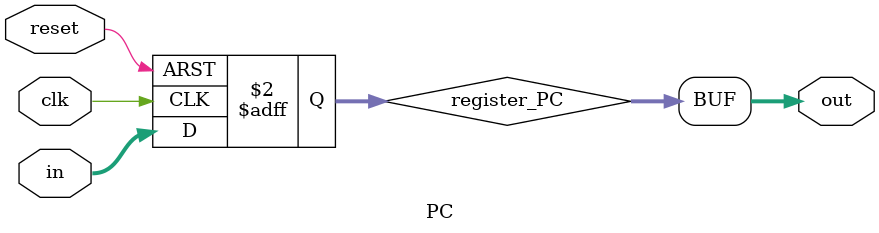
<source format=v>
module PC(reset, clk, in, out);

    input reset, clk;
    input [31:0] in;
    output [31:0] out;

    reg [31:0] register_PC;

    assign out = register_PC;

    always @(posedge reset or posedge clk)
        if (reset)
            register_PC <= 32'h00400000;
        else
            register_PC <= in;

endmodule
</source>
